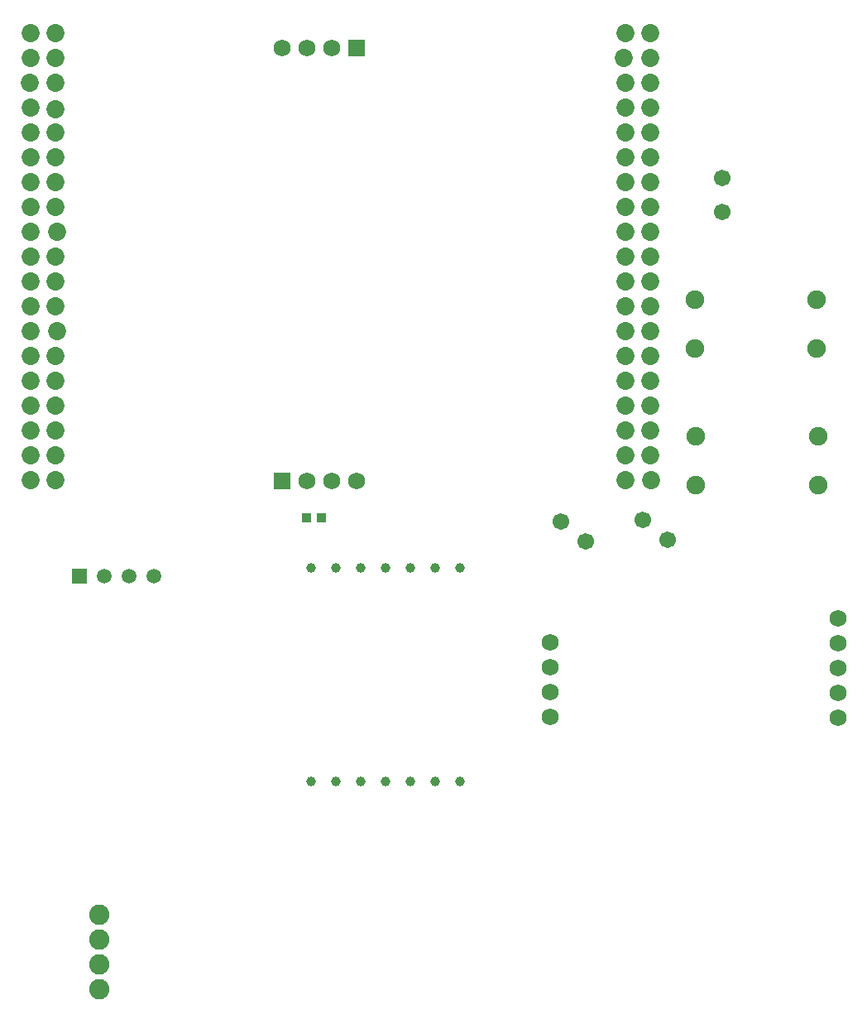
<source format=gts>
G04 Layer: TopSolderMaskLayer*
G04 EasyEDA v6.4.25, 2021-10-17T04:34:47+09:00*
G04 29e239aed29846d893758c3e788ce2c8,c0f7d9c09faf4ba5b776d912e3b4b3b7,10*
G04 Gerber Generator version 0.2*
G04 Scale: 100 percent, Rotated: No, Reflected: No *
G04 Dimensions in millimeters *
G04 leading zeros omitted , absolute positions ,4 integer and 5 decimal *
%FSLAX45Y45*%
%MOMM*%

%ADD26C,1.5113*%
%ADD27C,1.7016*%
%ADD29C,1.9000*%
%ADD30C,1.0032*%
%ADD31C,1.7272*%
%ADD33C,2.0832*%
%ADD34C,1.8532*%

%LPD*%
G36*
X1486662Y7023608D02*
G01*
X1486662Y7174737D01*
X1637792Y7174737D01*
X1637792Y7023608D01*
G37*
D26*
G01*
X1816100Y7099300D03*
G01*
X2070100Y7099300D03*
G01*
X2324100Y7099300D03*
D27*
G01*
X8140700Y11173205D03*
G01*
X8140700Y10823194D03*
G36*
X3992372Y7647939D02*
G01*
X3992372Y7744460D01*
X4083050Y7744460D01*
X4083050Y7647939D01*
G37*
G36*
X3841750Y7647939D02*
G01*
X3841750Y7744460D01*
X3932427Y7744460D01*
X3932427Y7647939D01*
G37*
G01*
X7329906Y7669199D03*
G01*
X7579893Y7469200D03*
G01*
X6491706Y7656499D03*
G01*
X6741693Y7456500D03*
D29*
G01*
X7858607Y9927386D03*
G01*
X9108617Y9927386D03*
G01*
X7858607Y9427387D03*
G01*
X9108617Y9427387D03*
G01*
X7871307Y8530386D03*
G01*
X9121317Y8530386D03*
G01*
X7871307Y8030387D03*
G01*
X9121317Y8030387D03*
D30*
G01*
X3935602Y7178700D03*
G01*
X4951602Y7178700D03*
G01*
X4697602Y7178700D03*
G01*
X4443602Y7178700D03*
G01*
X4189602Y7178700D03*
G01*
X3935602Y4998694D03*
G01*
X4951602Y4998694D03*
G01*
X4697602Y4998694D03*
G01*
X4443602Y4998694D03*
G01*
X4189602Y4998694D03*
G01*
X5459602Y4998694D03*
G01*
X5205602Y4998694D03*
G01*
X5459602Y7178700D03*
G01*
X5205602Y7178700D03*
D31*
G01*
X9327794Y5906998D03*
G01*
X9327794Y6160998D03*
G01*
X9327794Y6414998D03*
G01*
X9327794Y6668998D03*
G01*
X6377787Y5657011D03*
G01*
X6377787Y5911011D03*
G01*
X6377787Y6165011D03*
G01*
X6377787Y6419011D03*
G01*
X9327794Y5652998D03*
G01*
X3638041Y12498324D03*
G01*
X3892041Y12498324D03*
G01*
X4146041Y12498324D03*
G36*
X4313681Y12411963D02*
G01*
X4313681Y12584684D01*
X4486402Y12584684D01*
X4486402Y12411963D01*
G37*
G36*
X3551681Y7981950D02*
G01*
X3551681Y8154670D01*
X3724402Y8154670D01*
X3724402Y7981950D01*
G37*
G01*
X3892041Y8068310D03*
G01*
X4146041Y8068310D03*
G01*
X4400041Y8068310D03*
D33*
G01*
X1765300Y3632200D03*
G01*
X1765300Y3378200D03*
G01*
X1765300Y3124200D03*
G01*
X1765300Y2870200D03*
D34*
G01*
X1066800Y12649200D03*
G01*
X1320800Y12649200D03*
G01*
X1066800Y12395200D03*
G01*
X1320800Y12395200D03*
G01*
X1054100Y12141200D03*
G01*
X1320800Y12141200D03*
G01*
X1066800Y11887200D03*
G01*
X1320800Y11874500D03*
G01*
X1066800Y11633200D03*
G01*
X1320800Y11633200D03*
G01*
X1066800Y11379200D03*
G01*
X1320800Y11379200D03*
G01*
X1066800Y11125200D03*
G01*
X1320800Y11125200D03*
G01*
X1066800Y10871200D03*
G01*
X1320800Y10871200D03*
G01*
X1066800Y10617200D03*
G01*
X1333500Y10617200D03*
G01*
X1066800Y10363200D03*
G01*
X1320800Y10363200D03*
G01*
X1066800Y10109200D03*
G01*
X1320800Y10109200D03*
G01*
X1066800Y9855200D03*
G01*
X1320800Y9855200D03*
G01*
X1066800Y9601200D03*
G01*
X1333500Y9601200D03*
G01*
X1066800Y9347200D03*
G01*
X1320800Y9347200D03*
G01*
X1066800Y9093200D03*
G01*
X1320800Y9093200D03*
G01*
X1066800Y8839200D03*
G01*
X1320800Y8839200D03*
G01*
X1066800Y8585200D03*
G01*
X1320800Y8585200D03*
G01*
X1066800Y8331200D03*
G01*
X1320800Y8331200D03*
G01*
X1066800Y8077200D03*
G01*
X1320800Y8077200D03*
G01*
X7150100Y12649200D03*
G01*
X7404100Y12649200D03*
G01*
X7137400Y12395200D03*
G01*
X7404100Y12395200D03*
G01*
X7150100Y12141200D03*
G01*
X7404100Y12141200D03*
G01*
X7150100Y11887200D03*
G01*
X7404100Y11887200D03*
G01*
X7150100Y11633200D03*
G01*
X7404100Y11633200D03*
G01*
X7150100Y11379200D03*
G01*
X7404100Y11379200D03*
G01*
X7150100Y11125200D03*
G01*
X7404100Y11125200D03*
G01*
X7150100Y10871200D03*
G01*
X7404100Y10871200D03*
G01*
X7150100Y10617200D03*
G01*
X7404100Y10617200D03*
G01*
X7150100Y10363200D03*
G01*
X7404100Y10363200D03*
G01*
X7150100Y10109200D03*
G01*
X7404100Y10109200D03*
G01*
X7150100Y9855200D03*
G01*
X7404100Y9855200D03*
G01*
X7150100Y9601200D03*
G01*
X7404100Y9601200D03*
G01*
X7150100Y9347200D03*
G01*
X7404100Y9347200D03*
G01*
X7150100Y9093200D03*
G01*
X7404100Y9093200D03*
G01*
X7150100Y8839200D03*
G01*
X7404100Y8839200D03*
G01*
X7150100Y8585200D03*
G01*
X7404100Y8585200D03*
G01*
X7150100Y8331200D03*
G01*
X7404100Y8331200D03*
G01*
X7150100Y8077200D03*
G01*
X7416800Y8077200D03*
M02*

</source>
